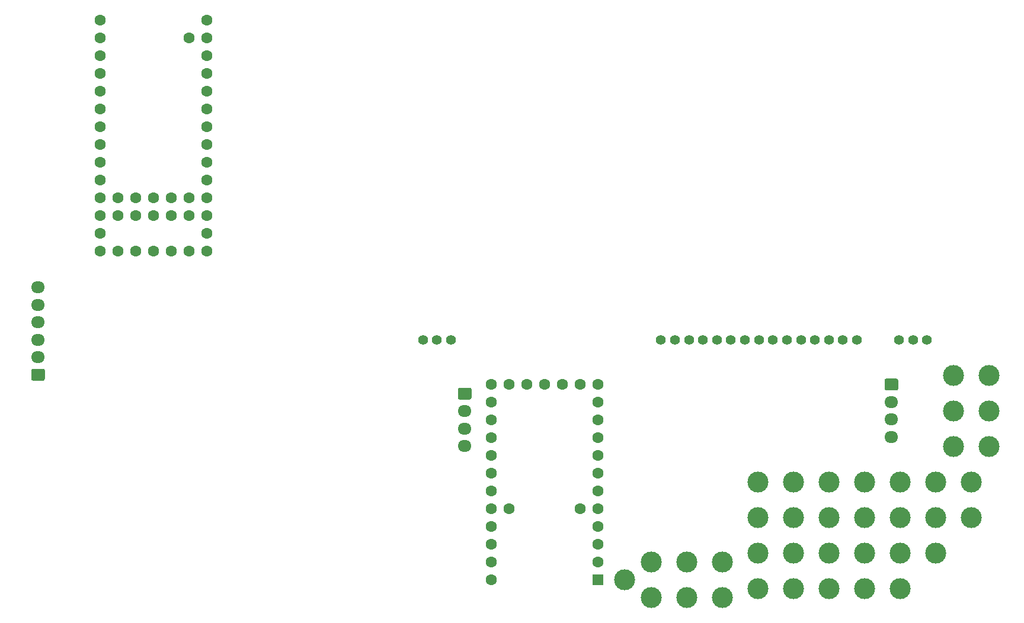
<source format=gbr>
%TF.GenerationSoftware,KiCad,Pcbnew,(5.1.10)-1*%
%TF.CreationDate,2021-10-04T16:47:09-07:00*%
%TF.ProjectId,VFD,5646442e-6b69-4636-9164-5f7063625858,rev?*%
%TF.SameCoordinates,Original*%
%TF.FileFunction,Soldermask,Bot*%
%TF.FilePolarity,Negative*%
%FSLAX46Y46*%
G04 Gerber Fmt 4.6, Leading zero omitted, Abs format (unit mm)*
G04 Created by KiCad (PCBNEW (5.1.10)-1) date 2021-10-04 16:47:09*
%MOMM*%
%LPD*%
G01*
G04 APERTURE LIST*
%ADD10C,3.000000*%
%ADD11C,1.600000*%
%ADD12R,1.600000X1.600000*%
%ADD13C,1.400000*%
%ADD14O,1.950000X1.700000*%
G04 APERTURE END LIST*
D10*
%TO.C,*%
X119380000Y-133350000D03*
%TD*%
%TO.C,*%
X128270000Y-135890000D03*
%TD*%
%TO.C,*%
X123190000Y-135890000D03*
%TD*%
%TO.C,*%
X123190000Y-130810000D03*
%TD*%
%TO.C,*%
X128270000Y-130810000D03*
%TD*%
%TO.C,*%
X133350000Y-130810000D03*
%TD*%
%TO.C,*%
X133350000Y-135890000D03*
%TD*%
%TO.C,*%
X138430000Y-129540000D03*
%TD*%
%TO.C,*%
X138430000Y-124460000D03*
%TD*%
%TO.C,*%
X138430000Y-134620000D03*
%TD*%
%TO.C,*%
X143510000Y-134620000D03*
%TD*%
%TO.C,*%
X143510000Y-129540000D03*
%TD*%
%TO.C,*%
X143510000Y-124460000D03*
%TD*%
%TO.C,*%
X148590000Y-124460000D03*
%TD*%
%TO.C,*%
X148590000Y-129540000D03*
%TD*%
%TO.C,*%
X148590000Y-134620000D03*
%TD*%
%TO.C,*%
X153670000Y-134620000D03*
%TD*%
%TO.C,*%
X153670000Y-129540000D03*
%TD*%
%TO.C,*%
X153670000Y-124460000D03*
%TD*%
%TO.C,*%
X158750000Y-134620000D03*
%TD*%
%TO.C,*%
X158750000Y-129540000D03*
%TD*%
%TO.C,*%
X158750000Y-124460000D03*
%TD*%
%TO.C,*%
X171450000Y-104140000D03*
%TD*%
%TO.C,*%
X171450000Y-109220000D03*
%TD*%
%TO.C,*%
X171450000Y-114300000D03*
%TD*%
%TO.C,*%
X163830000Y-129540000D03*
%TD*%
%TO.C,*%
X163830000Y-124460000D03*
%TD*%
%TO.C,*%
X168910000Y-124460000D03*
%TD*%
%TO.C,*%
X166370000Y-104140000D03*
%TD*%
%TO.C,*%
X166370000Y-109220000D03*
%TD*%
%TO.C,*%
X166370000Y-114300000D03*
%TD*%
%TO.C,*%
X168910000Y-119380000D03*
%TD*%
%TO.C,*%
X163830000Y-119380000D03*
%TD*%
%TO.C,*%
X158750000Y-119380000D03*
%TD*%
%TO.C,*%
X153670000Y-119380000D03*
%TD*%
%TO.C,*%
X148590000Y-119380000D03*
%TD*%
%TO.C,*%
X143510000Y-119380000D03*
%TD*%
%TO.C,*%
X138430000Y-119380000D03*
%TD*%
D11*
%TO.C,REF\u002A\u002A*%
X107950000Y-105410000D03*
D12*
X115570000Y-133350000D03*
D11*
X115570000Y-130810000D03*
X115570000Y-128270000D03*
X115570000Y-125730000D03*
X115570000Y-123190000D03*
X115570000Y-120650000D03*
X115570000Y-118110000D03*
X115570000Y-115570000D03*
X115570000Y-113030000D03*
X115570000Y-110490000D03*
X115570000Y-107950000D03*
X115570000Y-105410000D03*
X113030000Y-105410000D03*
X110490000Y-105410000D03*
X105410000Y-105410000D03*
X102870000Y-105410000D03*
X100330000Y-105410000D03*
X100330000Y-107950000D03*
X100330000Y-110490000D03*
X100330000Y-113030000D03*
X100330000Y-115570000D03*
X100330000Y-118110000D03*
X100330000Y-120650000D03*
X100330000Y-123190000D03*
X100330000Y-125730000D03*
X100330000Y-128270000D03*
X100330000Y-130810000D03*
X100330000Y-133350000D03*
X113030000Y-123190000D03*
X102870000Y-123190000D03*
%TD*%
%TO.C,U4*%
X46990000Y-78740000D03*
X46990000Y-81280000D03*
X49530000Y-78740000D03*
X49530000Y-81280000D03*
X52070000Y-78740000D03*
X52070000Y-81280000D03*
X54610000Y-78740000D03*
X54610000Y-81280000D03*
X57150000Y-78740000D03*
X57150000Y-81280000D03*
X44450000Y-53340000D03*
X44450000Y-55880000D03*
X44450000Y-58420000D03*
X44450000Y-60960000D03*
X44450000Y-63500000D03*
X44450000Y-66040000D03*
X44450000Y-68580000D03*
X44450000Y-71120000D03*
X44450000Y-73660000D03*
X44450000Y-76200000D03*
X44450000Y-78740000D03*
X44450000Y-81280000D03*
X44450000Y-83820000D03*
X57150000Y-55880000D03*
X59690000Y-53340000D03*
X59690000Y-55880000D03*
X59690000Y-58420000D03*
X59690000Y-60960000D03*
X59690000Y-63500000D03*
X59690000Y-66040000D03*
X59690000Y-68580000D03*
X59690000Y-71120000D03*
X59690000Y-73660000D03*
X59690000Y-76200000D03*
X59690000Y-78740000D03*
X59690000Y-81280000D03*
X59690000Y-83820000D03*
X44450000Y-86360000D03*
X46990000Y-86360000D03*
X49530000Y-86360000D03*
X59690000Y-86360000D03*
X57150000Y-86360000D03*
X54610000Y-86360000D03*
X52070000Y-86360000D03*
%TD*%
D13*
%TO.C,U3*%
X162560000Y-99060000D03*
X160560000Y-99060000D03*
X158560000Y-99060000D03*
X152560000Y-99060000D03*
X150560000Y-99060000D03*
X148560000Y-99060000D03*
X146560000Y-99060000D03*
X144560000Y-99060000D03*
X142560000Y-99060000D03*
X140560000Y-99060000D03*
X138560000Y-99060000D03*
X136560000Y-99060000D03*
X134560000Y-99060000D03*
X132560000Y-99060000D03*
X130560000Y-99060000D03*
X128560000Y-99060000D03*
X126560000Y-99060000D03*
X124560000Y-99060000D03*
X94560000Y-99060000D03*
X92560000Y-99060000D03*
X90560000Y-99060000D03*
%TD*%
D14*
%TO.C,J3*%
X157480000Y-112910000D03*
X157480000Y-110410000D03*
X157480000Y-107910000D03*
G36*
G01*
X156755000Y-104560000D02*
X158205000Y-104560000D01*
G75*
G02*
X158455000Y-104810000I0J-250000D01*
G01*
X158455000Y-106010000D01*
G75*
G02*
X158205000Y-106260000I-250000J0D01*
G01*
X156755000Y-106260000D01*
G75*
G02*
X156505000Y-106010000I0J250000D01*
G01*
X156505000Y-104810000D01*
G75*
G02*
X156755000Y-104560000I250000J0D01*
G01*
G37*
%TD*%
%TO.C,J2*%
X96520000Y-114220000D03*
X96520000Y-111720000D03*
X96520000Y-109220000D03*
G36*
G01*
X95795000Y-105870000D02*
X97245000Y-105870000D01*
G75*
G02*
X97495000Y-106120000I0J-250000D01*
G01*
X97495000Y-107320000D01*
G75*
G02*
X97245000Y-107570000I-250000J0D01*
G01*
X95795000Y-107570000D01*
G75*
G02*
X95545000Y-107320000I0J250000D01*
G01*
X95545000Y-106120000D01*
G75*
G02*
X95795000Y-105870000I250000J0D01*
G01*
G37*
%TD*%
%TO.C,J1*%
X35560000Y-91520000D03*
X35560000Y-94020000D03*
X35560000Y-96520000D03*
X35560000Y-99020000D03*
X35560000Y-101520000D03*
G36*
G01*
X36285000Y-104870000D02*
X34835000Y-104870000D01*
G75*
G02*
X34585000Y-104620000I0J250000D01*
G01*
X34585000Y-103420000D01*
G75*
G02*
X34835000Y-103170000I250000J0D01*
G01*
X36285000Y-103170000D01*
G75*
G02*
X36535000Y-103420000I0J-250000D01*
G01*
X36535000Y-104620000D01*
G75*
G02*
X36285000Y-104870000I-250000J0D01*
G01*
G37*
%TD*%
M02*

</source>
